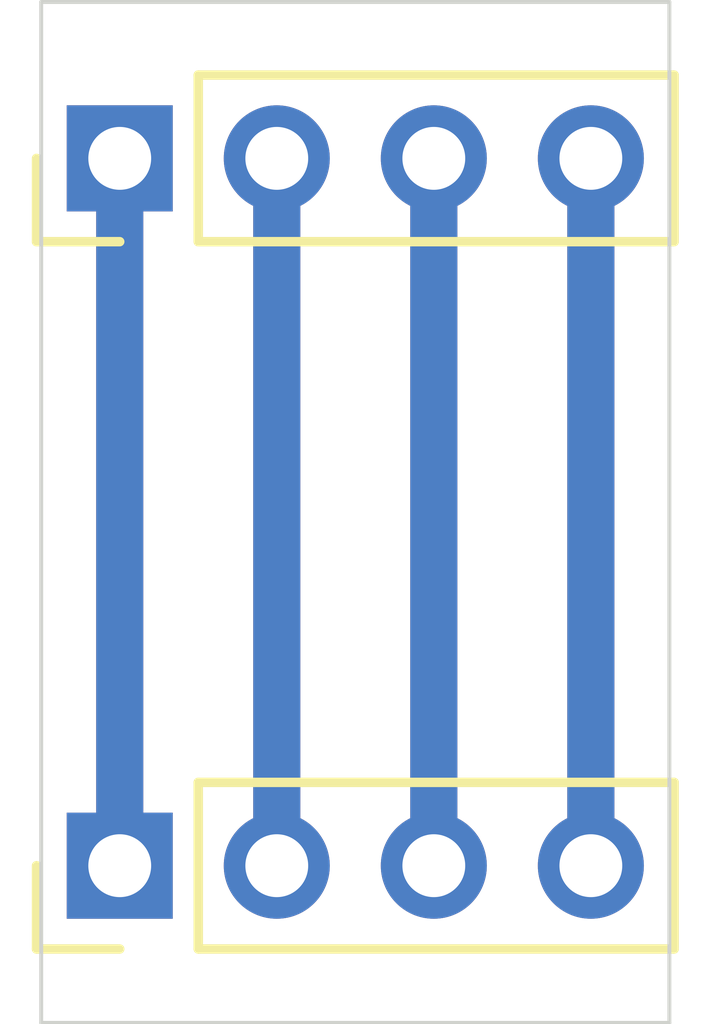
<source format=kicad_pcb>
(kicad_pcb (version 20171130) (host pcbnew "(5.1.10)-1")

  (general
    (thickness 1.6)
    (drawings 4)
    (tracks 8)
    (zones 0)
    (modules 2)
    (nets 1)
  )

  (page A4)
  (layers
    (0 F.Cu signal)
    (31 B.Cu signal)
    (32 B.Adhes user)
    (33 F.Adhes user)
    (34 B.Paste user)
    (35 F.Paste user)
    (36 B.SilkS user)
    (37 F.SilkS user)
    (38 B.Mask user)
    (39 F.Mask user)
    (40 Dwgs.User user)
    (41 Cmts.User user)
    (42 Eco1.User user)
    (43 Eco2.User user)
    (44 Edge.Cuts user)
    (45 Margin user)
    (46 B.CrtYd user)
    (47 F.CrtYd user)
    (48 B.Fab user)
    (49 F.Fab user)
  )

  (setup
    (last_trace_width 0.25)
    (trace_clearance 0.2)
    (zone_clearance 0.508)
    (zone_45_only no)
    (trace_min 0.2)
    (via_size 0.8)
    (via_drill 0.4)
    (via_min_size 0.4)
    (via_min_drill 0.3)
    (uvia_size 0.3)
    (uvia_drill 0.1)
    (uvias_allowed no)
    (uvia_min_size 0.2)
    (uvia_min_drill 0.1)
    (edge_width 0.05)
    (segment_width 0.2)
    (pcb_text_width 0.3)
    (pcb_text_size 1.5 1.5)
    (mod_edge_width 0.12)
    (mod_text_size 1 1)
    (mod_text_width 0.15)
    (pad_size 1.524 1.524)
    (pad_drill 0.762)
    (pad_to_mask_clearance 0)
    (aux_axis_origin 0 0)
    (visible_elements FFFFFF7F)
    (pcbplotparams
      (layerselection 0x010fc_ffffffff)
      (usegerberextensions false)
      (usegerberattributes true)
      (usegerberadvancedattributes true)
      (creategerberjobfile true)
      (excludeedgelayer true)
      (linewidth 0.100000)
      (plotframeref false)
      (viasonmask false)
      (mode 1)
      (useauxorigin false)
      (hpglpennumber 1)
      (hpglpenspeed 20)
      (hpglpendiameter 15.000000)
      (psnegative false)
      (psa4output false)
      (plotreference true)
      (plotvalue true)
      (plotinvisibletext false)
      (padsonsilk false)
      (subtractmaskfromsilk false)
      (outputformat 1)
      (mirror false)
      (drillshape 1)
      (scaleselection 1)
      (outputdirectory ""))
  )

  (net 0 "")

  (net_class Default "This is the default net class."
    (clearance 0.2)
    (trace_width 0.25)
    (via_dia 0.8)
    (via_drill 0.4)
    (uvia_dia 0.3)
    (uvia_drill 0.1)
  )

  (module Connector_PinHeader_2.00mm:PinHeader_1x04_P2.00mm_Vertical (layer F.Cu) (tedit 59FED667) (tstamp 6182BBFB)
    (at 137.16 102.98 90)
    (descr "Through hole straight pin header, 1x04, 2.00mm pitch, single row")
    (tags "Through hole pin header THT 1x04 2.00mm single row")
    (fp_text reference REF** (at 0 -2.06 90) (layer F.SilkS) hide
      (effects (font (size 1 1) (thickness 0.15)))
    )
    (fp_text value PinHeader_1x04_P2.00mm_Vertical (at -4 3 180) (layer F.Fab) hide
      (effects (font (size 1 1) (thickness 0.15)))
    )
    (fp_line (start -0.5 -1) (end 1 -1) (layer F.Fab) (width 0.1))
    (fp_line (start 1 -1) (end 1 7) (layer F.Fab) (width 0.1))
    (fp_line (start 1 7) (end -1 7) (layer F.Fab) (width 0.1))
    (fp_line (start -1 7) (end -1 -0.5) (layer F.Fab) (width 0.1))
    (fp_line (start -1 -0.5) (end -0.5 -1) (layer F.Fab) (width 0.1))
    (fp_line (start -1.06 7.06) (end 1.06 7.06) (layer F.SilkS) (width 0.12))
    (fp_line (start -1.06 1) (end -1.06 7.06) (layer F.SilkS) (width 0.12))
    (fp_line (start 1.06 1) (end 1.06 7.06) (layer F.SilkS) (width 0.12))
    (fp_line (start -1.06 1) (end 1.06 1) (layer F.SilkS) (width 0.12))
    (fp_line (start -1.06 0) (end -1.06 -1.06) (layer F.SilkS) (width 0.12))
    (fp_line (start -1.06 -1.06) (end 0 -1.06) (layer F.SilkS) (width 0.12))
    (fp_line (start -1.5 -1.5) (end -1.5 7.5) (layer F.CrtYd) (width 0.05))
    (fp_line (start -1.5 7.5) (end 1.5 7.5) (layer F.CrtYd) (width 0.05))
    (fp_line (start 1.5 7.5) (end 1.5 -1.5) (layer F.CrtYd) (width 0.05))
    (fp_line (start 1.5 -1.5) (end -1.5 -1.5) (layer F.CrtYd) (width 0.05))
    (fp_text user %R (at 0 3) (layer F.Fab)
      (effects (font (size 1 1) (thickness 0.15)))
    )
    (pad 4 thru_hole oval (at 0 6 90) (size 1.35 1.35) (drill 0.8) (layers *.Cu *.Mask))
    (pad 3 thru_hole oval (at 0 4 90) (size 1.35 1.35) (drill 0.8) (layers *.Cu *.Mask))
    (pad 2 thru_hole oval (at 0 2 90) (size 1.35 1.35) (drill 0.8) (layers *.Cu *.Mask))
    (pad 1 thru_hole rect (at 0 0 90) (size 1.35 1.35) (drill 0.8) (layers *.Cu *.Mask))
    (model ${KISYS3DMOD}/Connector_PinHeader_2.00mm.3dshapes/PinHeader_1x04_P2.00mm_Vertical.wrl
      (at (xyz 0 0 0))
      (scale (xyz 1 1 1))
      (rotate (xyz 0 0 0))
    )
  )

  (module Connector_PinHeader_2.00mm:PinHeader_1x04_P2.00mm_Vertical (layer F.Cu) (tedit 59FED667) (tstamp 6182BBE4)
    (at 137.16 93.98 90)
    (descr "Through hole straight pin header, 1x04, 2.00mm pitch, single row")
    (tags "Through hole pin header THT 1x04 2.00mm single row")
    (fp_text reference REF** (at 0 -2.06 90) (layer F.SilkS) hide
      (effects (font (size 1 1) (thickness 0.15)))
    )
    (fp_text value PinHeader_1x04_P2.00mm_Vertical (at -13 3 180) (layer F.Fab) hide
      (effects (font (size 1 1) (thickness 0.15)))
    )
    (fp_line (start -0.5 -1) (end 1 -1) (layer F.Fab) (width 0.1))
    (fp_line (start 1 -1) (end 1 7) (layer F.Fab) (width 0.1))
    (fp_line (start 1 7) (end -1 7) (layer F.Fab) (width 0.1))
    (fp_line (start -1 7) (end -1 -0.5) (layer F.Fab) (width 0.1))
    (fp_line (start -1 -0.5) (end -0.5 -1) (layer F.Fab) (width 0.1))
    (fp_line (start -1.06 7.06) (end 1.06 7.06) (layer F.SilkS) (width 0.12))
    (fp_line (start -1.06 1) (end -1.06 7.06) (layer F.SilkS) (width 0.12))
    (fp_line (start 1.06 1) (end 1.06 7.06) (layer F.SilkS) (width 0.12))
    (fp_line (start -1.06 1) (end 1.06 1) (layer F.SilkS) (width 0.12))
    (fp_line (start -1.06 0) (end -1.06 -1.06) (layer F.SilkS) (width 0.12))
    (fp_line (start -1.06 -1.06) (end 0 -1.06) (layer F.SilkS) (width 0.12))
    (fp_line (start -1.5 -1.5) (end -1.5 7.5) (layer F.CrtYd) (width 0.05))
    (fp_line (start -1.5 7.5) (end 1.5 7.5) (layer F.CrtYd) (width 0.05))
    (fp_line (start 1.5 7.5) (end 1.5 -1.5) (layer F.CrtYd) (width 0.05))
    (fp_line (start 1.5 -1.5) (end -1.5 -1.5) (layer F.CrtYd) (width 0.05))
    (fp_text user %R (at 0 3) (layer F.Fab)
      (effects (font (size 1 1) (thickness 0.15)))
    )
    (pad 1 thru_hole rect (at 0 0 90) (size 1.35 1.35) (drill 0.8) (layers *.Cu *.Mask))
    (pad 2 thru_hole oval (at 0 2 90) (size 1.35 1.35) (drill 0.8) (layers *.Cu *.Mask))
    (pad 3 thru_hole oval (at 0 4 90) (size 1.35 1.35) (drill 0.8) (layers *.Cu *.Mask))
    (pad 4 thru_hole oval (at 0 6 90) (size 1.35 1.35) (drill 0.8) (layers *.Cu *.Mask))
    (model ${KISYS3DMOD}/Connector_PinHeader_2.00mm.3dshapes/PinHeader_1x04_P2.00mm_Vertical.wrl
      (at (xyz 0 0 0))
      (scale (xyz 1 1 1))
      (rotate (xyz 0 0 0))
    )
  )

  (gr_line (start 136.16 91.99) (end 144.16 91.99) (layer Edge.Cuts) (width 0.05) (tstamp 6182BC54))
  (gr_line (start 136.16 104.98) (end 136.16 91.99) (layer Edge.Cuts) (width 0.05) (tstamp 6182BBE3))
  (gr_line (start 144.16 91.99) (end 144.16 104.98) (layer Edge.Cuts) (width 0.05) (tstamp 6182BBE2))
  (gr_line (start 136.16 104.98) (end 144.16 104.98) (layer Edge.Cuts) (width 0.05) (tstamp 6182BBE1))

  (segment (start 143.16 93.98) (end 143.16 102.98) (width 0.6) (layer B.Cu) (net 0) (tstamp 6182BC12))
  (segment (start 137.16 102.98) (end 137.16 93.98) (width 0.6) (layer B.Cu) (net 0) (tstamp 6182BE66))
  (segment (start 139.16 93.98) (end 139.16 102.98) (width 0.6) (layer B.Cu) (net 0) (tstamp 6182BC14))
  (segment (start 141.16 102.98) (end 141.16 93.98) (width 0.6) (layer B.Cu) (net 0) (tstamp 6182BC15))
  (segment (start 137.16 102.98) (end 137.16 93.98) (width 0.6) (layer F.Cu) (net 0) (tstamp 6182BE73))
  (segment (start 139.16 102.98) (end 139.16 93.98) (width 0.6) (layer F.Cu) (net 0) (tstamp 6182BE73))
  (segment (start 141.16 102.98) (end 141.16 93.98) (width 0.6) (layer F.Cu) (net 0) (tstamp 6182BE73))
  (segment (start 143.16 102.98) (end 143.16 93.98) (width 0.6) (layer F.Cu) (net 0) (tstamp 6182BE73))

)

</source>
